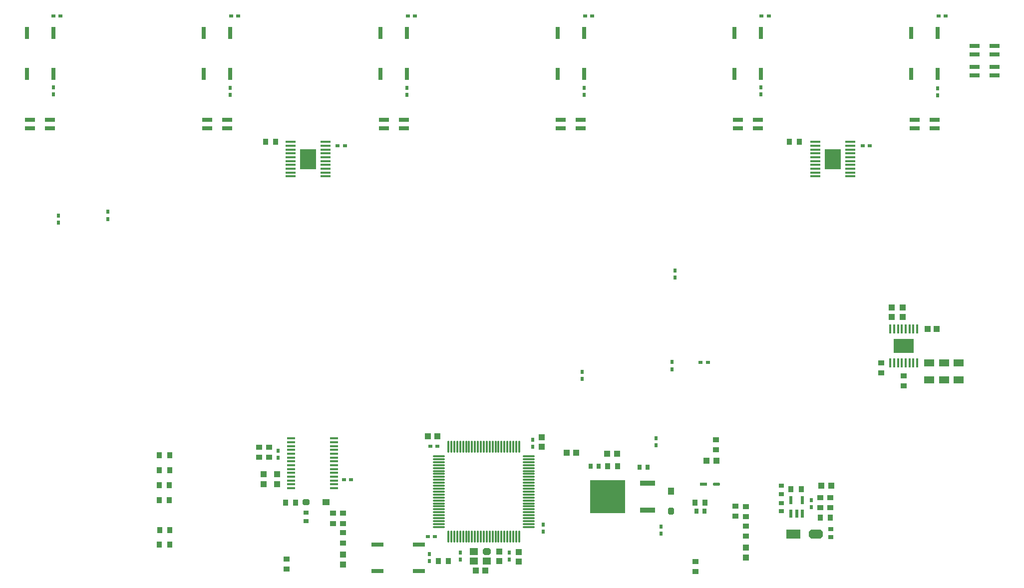
<source format=gbr>
%TF.GenerationSoftware,Altium Limited,Altium NEXUS,2.1.9 (83)*%
G04 Layer_Color=8421504*
%FSLAX44Y44*%
%MOMM*%
%TF.FileFunction,Paste,Top*%
%TF.Part,Single*%
G01*
G75*
%TA.AperFunction,SMDPad,CuDef*%
%ADD10R,1.8000X0.7500*%
%ADD11R,0.8000X2.0000*%
%ADD12R,0.9000X1.0000*%
%ADD13O,0.3000X2.1000*%
%ADD14O,2.1000X0.3000*%
%ADD15R,1.0000X1.0000*%
%ADD16R,2.0000X0.8000*%
%ADD17R,0.6000X0.8000*%
G04:AMPARAMS|DCode=18|XSize=1.4mm|YSize=1.15mm|CornerRadius=0mm|HoleSize=0mm|Usage=FLASHONLY|Rotation=0.000|XOffset=0mm|YOffset=0mm|HoleType=Round|Shape=Octagon|*
%AMOCTAGOND18*
4,1,8,0.7000,-0.2875,0.7000,0.2875,0.4125,0.5750,-0.4125,0.5750,-0.7000,0.2875,-0.7000,-0.2875,-0.4125,-0.5750,0.4125,-0.5750,0.7000,-0.2875,0.0*
%
%ADD18OCTAGOND18*%

%ADD19R,1.4000X1.1500*%
%ADD20R,1.0000X1.0000*%
%ADD21R,0.8000X0.6000*%
%ADD22R,1.3970X0.3480*%
%ADD23R,1.0000X1.1000*%
%ADD24R,1.0000X0.9000*%
%ADD25R,1.2500X0.5300*%
G04:AMPARAMS|DCode=26|XSize=0.53mm|YSize=1.25mm|CornerRadius=0mm|HoleSize=0mm|Usage=FLASHONLY|Rotation=270.000|XOffset=0mm|YOffset=0mm|HoleType=Round|Shape=Octagon|*
%AMOCTAGOND26*
4,1,8,0.6250,0.1325,0.6250,-0.1325,0.4925,-0.2650,-0.4925,-0.2650,-0.6250,-0.1325,-0.6250,0.1325,-0.4925,0.2650,0.4925,0.2650,0.6250,0.1325,0.0*
%
%ADD26OCTAGOND26*%

%ADD27R,0.9000X0.8000*%
%ADD28R,1.2200X1.0000*%
G04:AMPARAMS|DCode=29|XSize=1mm|YSize=1.22mm|CornerRadius=0mm|HoleSize=0mm|Usage=FLASHONLY|Rotation=90.000|XOffset=0mm|YOffset=0mm|HoleType=Round|Shape=Octagon|*
%AMOCTAGOND29*
4,1,8,-0.6100,-0.2500,-0.6100,0.2500,-0.3600,0.5000,0.3600,0.5000,0.6100,0.2500,0.6100,-0.2500,0.3600,-0.5000,-0.3600,-0.5000,-0.6100,-0.2500,0.0*
%
%ADD29OCTAGOND29*%

%ADD30R,1.1000X1.0000*%
%ADD31R,1.0000X1.2200*%
G04:AMPARAMS|DCode=32|XSize=1mm|YSize=1.22mm|CornerRadius=0mm|HoleSize=0mm|Usage=FLASHONLY|Rotation=180.000|XOffset=0mm|YOffset=0mm|HoleType=Round|Shape=Octagon|*
%AMOCTAGOND32*
4,1,8,0.2500,-0.6100,-0.2500,-0.6100,-0.5000,-0.3600,-0.5000,0.3600,-0.2500,0.6100,0.2500,0.6100,0.5000,0.3600,0.5000,-0.3600,0.2500,-0.6100,0.0*
%
%ADD32OCTAGOND32*%

%ADD33R,2.4000X1.5500*%
G04:AMPARAMS|DCode=34|XSize=1.55mm|YSize=2.4mm|CornerRadius=0mm|HoleSize=0mm|Usage=FLASHONLY|Rotation=270.000|XOffset=0mm|YOffset=0mm|HoleType=Round|Shape=Octagon|*
%AMOCTAGOND34*
4,1,8,1.2000,0.3875,1.2000,-0.3875,0.8125,-0.7750,-0.8125,-0.7750,-1.2000,-0.3875,-1.2000,0.3875,-0.8125,0.7750,0.8125,0.7750,1.2000,0.3875,0.0*
%
%ADD34OCTAGOND34*%

%ADD35R,2.5900X0.9500*%
%ADD36R,5.9400X5.6300*%
%ADD37R,0.5900X1.3700*%
%ADD38R,0.8000X0.9000*%
%ADD39R,3.4000X2.4800*%
%ADD40R,0.4100X1.5700*%
%ADD41R,1.8000X1.3000*%
%ADD42R,1.7780X0.3556*%
%ADD43R,2.7500X3.4300*%
G36*
X1603750Y396000D02*
Y412000D01*
X1625250D01*
Y396000D01*
X1603750D01*
D02*
G37*
D10*
X1367018Y787366D02*
D03*
X1333018D02*
D03*
X1367018Y772866D02*
D03*
X1333018D02*
D03*
X167018Y787366D02*
D03*
X133018D02*
D03*
X167018Y772866D02*
D03*
X133018D02*
D03*
X1667018Y787366D02*
D03*
X1633018D02*
D03*
X1667018Y772866D02*
D03*
X1633018D02*
D03*
X467018Y787366D02*
D03*
X433018D02*
D03*
X467018Y772866D02*
D03*
X433018D02*
D03*
X1768518Y877116D02*
D03*
X1734518D02*
D03*
X1768518Y862616D02*
D03*
X1734518D02*
D03*
X767018Y787366D02*
D03*
X733018D02*
D03*
X767018Y772866D02*
D03*
X733018D02*
D03*
X1768518Y913116D02*
D03*
X1734518D02*
D03*
X1768518Y898616D02*
D03*
X1734518D02*
D03*
X1067018Y787366D02*
D03*
X1033018D02*
D03*
X1067018Y772866D02*
D03*
X1033018D02*
D03*
D11*
X172352Y864948D02*
D03*
X127352D02*
D03*
Y934948D02*
D03*
X172352D02*
D03*
X472352Y864948D02*
D03*
X427352D02*
D03*
Y934948D02*
D03*
X472352D02*
D03*
X772352Y864948D02*
D03*
X727352D02*
D03*
Y934948D02*
D03*
X772352D02*
D03*
X1072352Y864948D02*
D03*
X1027352D02*
D03*
Y934948D02*
D03*
X1072352D02*
D03*
X1372352Y864948D02*
D03*
X1327352D02*
D03*
Y934948D02*
D03*
X1372352D02*
D03*
X1672352Y864948D02*
D03*
X1627352D02*
D03*
Y934948D02*
D03*
X1672352D02*
D03*
D12*
X842250Y38750D02*
D03*
X825250D02*
D03*
X352500Y218750D02*
D03*
X369500D02*
D03*
X352250Y168000D02*
D03*
X369250D02*
D03*
X352250Y142250D02*
D03*
X369250D02*
D03*
X369500Y66750D02*
D03*
X352500D02*
D03*
X369750Y91750D02*
D03*
X352750D02*
D03*
X369500Y193000D02*
D03*
X352500D02*
D03*
X583250Y137850D02*
D03*
X566250D02*
D03*
X1128970Y200110D02*
D03*
X1111970D02*
D03*
X1423500Y161000D02*
D03*
X1440500D02*
D03*
X1490250Y112750D02*
D03*
X1473250D02*
D03*
X1277750Y138250D02*
D03*
X1260750D02*
D03*
X1420750Y749750D02*
D03*
X1437750D02*
D03*
X532250D02*
D03*
X549250D02*
D03*
D13*
X842370Y80740D02*
D03*
X847370D02*
D03*
X852370D02*
D03*
X857370D02*
D03*
X862370D02*
D03*
X867370D02*
D03*
X872370D02*
D03*
X877370D02*
D03*
X882370D02*
D03*
X887370D02*
D03*
X892370D02*
D03*
X897370D02*
D03*
X902370D02*
D03*
X907370D02*
D03*
X912370D02*
D03*
X917370D02*
D03*
X922370D02*
D03*
X927370D02*
D03*
X932370D02*
D03*
X937370D02*
D03*
X942370D02*
D03*
X947370D02*
D03*
X952370D02*
D03*
X957370D02*
D03*
X962370D02*
D03*
Y232740D02*
D03*
X957370D02*
D03*
X952370D02*
D03*
X947370D02*
D03*
X942370D02*
D03*
X937370D02*
D03*
X932370D02*
D03*
X927370D02*
D03*
X922370D02*
D03*
X917370D02*
D03*
X912370D02*
D03*
X907370D02*
D03*
X902370D02*
D03*
X897370D02*
D03*
X892370D02*
D03*
X887370D02*
D03*
X882370D02*
D03*
X877370D02*
D03*
X872370D02*
D03*
X867370D02*
D03*
X862370D02*
D03*
X857370D02*
D03*
X852370D02*
D03*
X847370D02*
D03*
X842370D02*
D03*
D14*
X978370Y96740D02*
D03*
Y101740D02*
D03*
Y106740D02*
D03*
Y111740D02*
D03*
Y116740D02*
D03*
Y121740D02*
D03*
Y126740D02*
D03*
Y131740D02*
D03*
Y136740D02*
D03*
Y141740D02*
D03*
Y146740D02*
D03*
Y151740D02*
D03*
Y156740D02*
D03*
Y161740D02*
D03*
Y166740D02*
D03*
Y171740D02*
D03*
Y176740D02*
D03*
Y181740D02*
D03*
Y186740D02*
D03*
Y191740D02*
D03*
Y196740D02*
D03*
Y201740D02*
D03*
Y206740D02*
D03*
Y211740D02*
D03*
Y216740D02*
D03*
X826370D02*
D03*
Y211740D02*
D03*
Y206740D02*
D03*
Y201740D02*
D03*
Y196740D02*
D03*
Y191740D02*
D03*
Y186740D02*
D03*
Y181740D02*
D03*
Y176740D02*
D03*
Y171740D02*
D03*
Y166740D02*
D03*
Y161740D02*
D03*
Y156740D02*
D03*
Y151740D02*
D03*
Y146740D02*
D03*
Y141740D02*
D03*
Y136740D02*
D03*
Y131740D02*
D03*
Y126740D02*
D03*
Y121740D02*
D03*
Y116740D02*
D03*
Y111740D02*
D03*
Y106740D02*
D03*
Y101740D02*
D03*
Y96740D02*
D03*
D15*
X1043250Y222500D02*
D03*
X1059250D02*
D03*
X823750Y250500D02*
D03*
X807750D02*
D03*
X889000Y23000D02*
D03*
X905000D02*
D03*
X1654750Y432750D02*
D03*
X1670750D02*
D03*
D16*
X792000Y22000D02*
D03*
Y67000D02*
D03*
X722000D02*
D03*
Y22000D02*
D03*
D17*
X810500Y50750D02*
D03*
Y38750D02*
D03*
X985750Y244750D02*
D03*
Y232750D02*
D03*
X1003000Y88750D02*
D03*
Y100750D02*
D03*
X945750Y41750D02*
D03*
Y53750D02*
D03*
X862500Y53750D02*
D03*
Y41750D02*
D03*
X553500Y226500D02*
D03*
Y214500D02*
D03*
X1457500Y130500D02*
D03*
Y142500D02*
D03*
X1203000Y85250D02*
D03*
Y97250D02*
D03*
X180900Y625150D02*
D03*
Y613150D02*
D03*
X264500Y631250D02*
D03*
Y619250D02*
D03*
X1227000Y531500D02*
D03*
Y519500D02*
D03*
X1069500Y348000D02*
D03*
Y360000D02*
D03*
X1194500Y235500D02*
D03*
Y247500D02*
D03*
X1221250Y364500D02*
D03*
Y376500D02*
D03*
X172250Y830250D02*
D03*
Y842250D02*
D03*
X472500Y829750D02*
D03*
Y841750D02*
D03*
X772250Y829750D02*
D03*
Y841750D02*
D03*
X1072250Y829750D02*
D03*
Y841750D02*
D03*
X1372250Y830500D02*
D03*
Y842500D02*
D03*
X1672250Y828500D02*
D03*
Y840500D02*
D03*
D18*
X907750Y55250D02*
D03*
D19*
X885750Y39250D02*
D03*
X907750D02*
D03*
X885750Y55250D02*
D03*
D20*
X928500Y55000D02*
D03*
Y39000D02*
D03*
X1000500Y233000D02*
D03*
Y249000D02*
D03*
X961500Y54250D02*
D03*
Y38250D02*
D03*
X1594000Y452750D02*
D03*
Y468750D02*
D03*
X1613000Y452750D02*
D03*
Y468750D02*
D03*
D21*
X807750Y80750D02*
D03*
X819750D02*
D03*
X811750Y233750D02*
D03*
X823750D02*
D03*
X677250Y177000D02*
D03*
X665250D02*
D03*
X184750Y963500D02*
D03*
X172750D02*
D03*
X486000D02*
D03*
X474000D02*
D03*
X785750D02*
D03*
X773750D02*
D03*
X1086250Y963750D02*
D03*
X1074250D02*
D03*
X1385500D02*
D03*
X1373500D02*
D03*
X1685500Y963500D02*
D03*
X1673500D02*
D03*
X666750Y743500D02*
D03*
X654750D02*
D03*
X1556750D02*
D03*
X1544750D02*
D03*
X1270250Y375750D02*
D03*
X1282250D02*
D03*
D22*
X575440Y162600D02*
D03*
Y169100D02*
D03*
Y175600D02*
D03*
Y182100D02*
D03*
Y188600D02*
D03*
Y195100D02*
D03*
Y201600D02*
D03*
Y214600D02*
D03*
Y208100D02*
D03*
Y221100D02*
D03*
Y227600D02*
D03*
Y234100D02*
D03*
Y240600D02*
D03*
Y247100D02*
D03*
X648560Y162600D02*
D03*
Y169100D02*
D03*
Y175600D02*
D03*
Y182100D02*
D03*
Y188600D02*
D03*
Y195100D02*
D03*
Y201600D02*
D03*
Y208100D02*
D03*
Y214600D02*
D03*
Y221100D02*
D03*
Y227600D02*
D03*
Y234100D02*
D03*
Y240600D02*
D03*
Y247100D02*
D03*
D23*
X551500Y169350D02*
D03*
Y186350D02*
D03*
X528750Y169350D02*
D03*
Y186350D02*
D03*
X1346750Y61750D02*
D03*
Y44750D02*
D03*
X663500Y49750D02*
D03*
Y32750D02*
D03*
D24*
X538500Y231850D02*
D03*
Y214850D02*
D03*
X521500Y231850D02*
D03*
Y214850D02*
D03*
X1346750Y81250D02*
D03*
Y98250D02*
D03*
X663500Y69850D02*
D03*
Y86850D02*
D03*
Y119850D02*
D03*
Y102850D02*
D03*
X1346500Y114500D02*
D03*
Y131500D02*
D03*
X1296500Y228000D02*
D03*
Y245000D02*
D03*
X1328750Y114750D02*
D03*
Y131750D02*
D03*
X646500Y102850D02*
D03*
Y119850D02*
D03*
X567750Y42500D02*
D03*
Y25500D02*
D03*
X1490250Y146750D02*
D03*
Y129750D02*
D03*
X1473250D02*
D03*
Y146750D02*
D03*
X1261500Y38500D02*
D03*
Y21500D02*
D03*
X1614750Y353500D02*
D03*
Y336500D02*
D03*
X1576000Y375250D02*
D03*
Y358250D02*
D03*
D25*
X1275070Y169250D02*
D03*
D26*
X1296660D02*
D03*
D27*
X601000Y107000D02*
D03*
Y121000D02*
D03*
X1407250Y137500D02*
D03*
Y123500D02*
D03*
X1490500Y79500D02*
D03*
Y93500D02*
D03*
X1407000Y166750D02*
D03*
Y152750D02*
D03*
D28*
X634561Y139000D02*
D03*
D29*
X600939D02*
D03*
D30*
X1297210Y208790D02*
D03*
X1280210D02*
D03*
X1128470Y220610D02*
D03*
X1111470D02*
D03*
X1491500Y166500D02*
D03*
X1474500D02*
D03*
D31*
X1219500Y157561D02*
D03*
D32*
Y123939D02*
D03*
D33*
X1427250Y85000D02*
D03*
D34*
X1465250D02*
D03*
D35*
X1180500Y171360D02*
D03*
Y125640D02*
D03*
D36*
X1112000Y148500D02*
D03*
D37*
X1423500Y119000D02*
D03*
X1433000D02*
D03*
X1442500D02*
D03*
Y142500D02*
D03*
X1423500D02*
D03*
D38*
X1083220Y200110D02*
D03*
X1097220D02*
D03*
X1166470Y198360D02*
D03*
X1180470D02*
D03*
X1263000Y123500D02*
D03*
X1277000D02*
D03*
D39*
X1614500Y404000D02*
D03*
D40*
X1591750Y432700D02*
D03*
X1598250D02*
D03*
X1604750D02*
D03*
X1611250D02*
D03*
X1617750D02*
D03*
X1624250D02*
D03*
X1630750D02*
D03*
X1637250D02*
D03*
Y375300D02*
D03*
X1630750D02*
D03*
X1624250D02*
D03*
X1617750D02*
D03*
X1611250D02*
D03*
X1604750D02*
D03*
X1598250D02*
D03*
X1591750D02*
D03*
D41*
X1658000Y375250D02*
D03*
Y346250D02*
D03*
X1682750Y375250D02*
D03*
Y346250D02*
D03*
X1708000Y375250D02*
D03*
Y346250D02*
D03*
D42*
X1464282Y750001D02*
D03*
Y743500D02*
D03*
Y737000D02*
D03*
Y730500D02*
D03*
Y724000D02*
D03*
Y717500D02*
D03*
Y711000D02*
D03*
Y704500D02*
D03*
Y698000D02*
D03*
Y691499D02*
D03*
X1523718D02*
D03*
Y698000D02*
D03*
Y704500D02*
D03*
Y711000D02*
D03*
Y717500D02*
D03*
Y724000D02*
D03*
Y730500D02*
D03*
Y737000D02*
D03*
Y743500D02*
D03*
Y750001D02*
D03*
X574500D02*
D03*
Y743500D02*
D03*
Y737000D02*
D03*
Y730500D02*
D03*
Y724000D02*
D03*
Y717500D02*
D03*
Y711000D02*
D03*
Y704500D02*
D03*
Y698000D02*
D03*
Y691499D02*
D03*
X633936D02*
D03*
Y698000D02*
D03*
Y704500D02*
D03*
Y711000D02*
D03*
Y717500D02*
D03*
Y724000D02*
D03*
Y730500D02*
D03*
Y737000D02*
D03*
Y743500D02*
D03*
Y750001D02*
D03*
D43*
X1494000Y720750D02*
D03*
X604218D02*
D03*
%TF.MD5,f8e6dafcebdf1851ed9f87bbbb551c51*%
M02*

</source>
